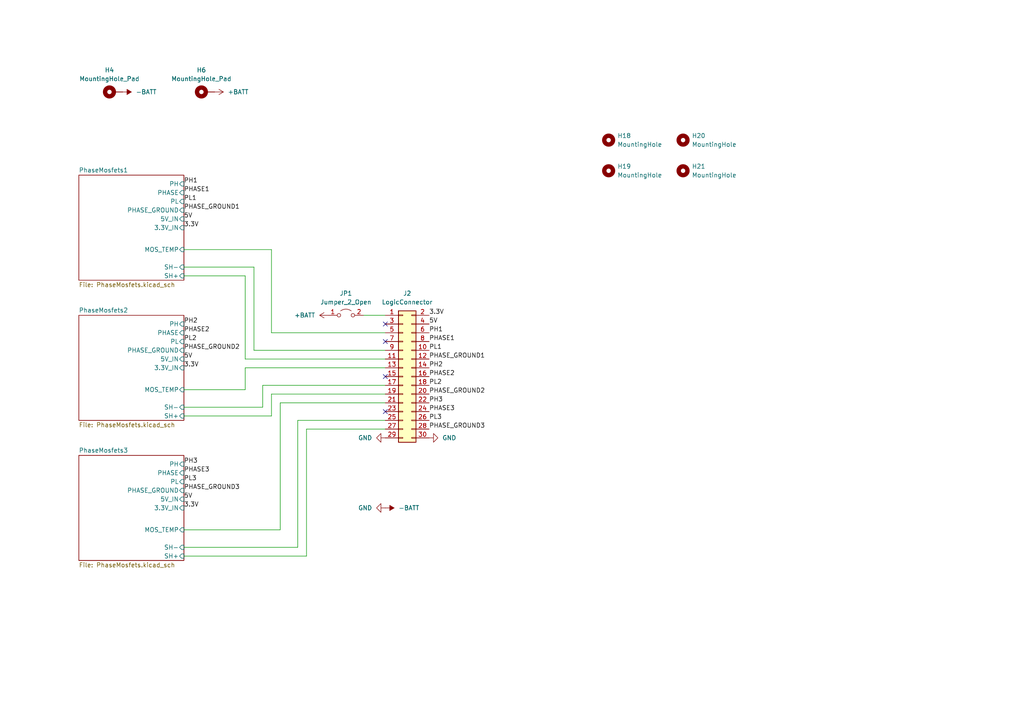
<source format=kicad_sch>
(kicad_sch (version 20230121) (generator eeschema)
  (paper "A4")
  (lib_symbols
    (symbol "Connector_Generic:Conn_02x15_Odd_Even" (pin_names (offset 1.016) hide)
      (property "Reference" "J" (at 1.27 20.32 0))
      (property "Value" "Conn_02x15_Odd_Even" (at 1.27 -20.32 0))
      (symbol "Conn_02x15_Odd_Even_1_1"
        (rectangle (start -1.27 -17.653) (end 0 -17.907) (stroke (width 0.1524)))
        (rectangle (start -1.27 -15.113) (end 0 -15.367) (stroke (width 0.1524)))
        (rectangle (start -1.27 -12.573) (end 0 -12.827) (stroke (width 0.1524)))
        (rectangle (start -1.27 -10.033) (end 0 -10.287) (stroke (width 0.1524)))
        (rectangle (start -1.27 -7.493) (end 0 -7.747) (stroke (width 0.1524)))
        (rectangle (start -1.27 -4.953) (end 0 -5.207) (stroke (width 0.1524)))
        (rectangle (start -1.27 -2.413) (end 0 -2.667) (stroke (width 0.1524)))
        (rectangle (start -1.27 0.127) (end 0 -0.127) (stroke (width 0.1524)))
        (rectangle (start -1.27 2.667) (end 0 2.413) (stroke (width 0.1524)))
        (rectangle (start -1.27 5.207) (end 0 4.953) (stroke (width 0.1524)))
        (rectangle (start -1.27 7.747) (end 0 7.493) (stroke (width 0.1524)))
        (rectangle (start -1.27 10.287) (end 0 10.033) (stroke (width 0.1524)))
        (rectangle (start -1.27 12.827) (end 0 12.573) (stroke (width 0.1524)))
        (rectangle (start -1.27 15.367) (end 0 15.113) (stroke (width 0.1524)))
        (rectangle (start -1.27 17.907) (end 0 17.653) (stroke (width 0.1524)))
        (rectangle (start -1.27 19.05) (end 3.81 -19.05) (stroke (width 0.254)) (fill (type background)))
        (rectangle (start 3.81 -17.653) (end 2.54 -17.907) (stroke (width 0.1524)))
        (rectangle (start 3.81 -15.113) (end 2.54 -15.367) (stroke (width 0.1524)))
        (rectangle (start 3.81 -12.573) (end 2.54 -12.827) (stroke (width 0.1524)))
        (rectangle (start 3.81 -10.033) (end 2.54 -10.287) (stroke (width 0.1524)))
        (rectangle (start 3.81 -7.493) (end 2.54 -7.747) (stroke (width 0.1524)))
        (rectangle (start 3.81 -4.953) (end 2.54 -5.207) (stroke (width 0.1524)))
        (rectangle (start 3.81 -2.413) (end 2.54 -2.667) (stroke (width 0.1524)))
        (rectangle (start 3.81 0.127) (end 2.54 -0.127) (stroke (width 0.1524)))
        (rectangle (start 3.81 2.667) (end 2.54 2.413) (stroke (width 0.1524)))
        (rectangle (start 3.81 5.207) (end 2.54 4.953) (stroke (width 0.1524)))
        (rectangle (start 3.81 7.747) (end 2.54 7.493) (stroke (width 0.1524)))
        (rectangle (start 3.81 10.287) (end 2.54 10.033) (stroke (width 0.1524)))
        (rectangle (start 3.81 12.827) (end 2.54 12.573) (stroke (width 0.1524)))
        (rectangle (start 3.81 15.367) (end 2.54 15.113) (stroke (width 0.1524)))
        (rectangle (start 3.81 17.907) (end 2.54 17.653) (stroke (width 0.1524)))
        (pin passive line (at -5.08 17.78 0) (length 3.81) (name "Pin_1") (number "1"))
        (pin passive line (at 7.62 7.62 180) (length 3.81) (name "Pin_10") (number "10"))
        (pin passive line (at -5.08 5.08 0) (length 3.81) (name "Pin_11") (number "11"))
        (pin passive line (at 7.62 5.08 180) (length 3.81) (name "Pin_12") (number "12"))
        (pin passive line (at -5.08 2.54 0) (length 3.81) (name "Pin_13") (number "13"))
        (pin passive line (at 7.62 2.54 180) (length 3.81) (name "Pin_14") (number "14"))
        (pin passive line (at -5.08 0 0) (length 3.81) (name "Pin_15") (number "15"))
        (pin passive line (at 7.62 0 180) (length 3.81) (name "Pin_16") (number "16"))
        (pin passive line (at -5.08 -2.54 0) (length 3.81) (name "Pin_17") (number "17"))
        (pin passive line (at 7.62 -2.54 180) (length 3.81) (name "Pin_18") (number "18"))
        (pin passive line (at -5.08 -5.08 0) (length 3.81) (name "Pin_19") (number "19"))
        (pin passive line (at 7.62 17.78 180) (length 3.81) (name "Pin_2") (number "2"))
        (pin passive line (at 7.62 -5.08 180) (length 3.81) (name "Pin_20") (number "20"))
        (pin passive line (at -5.08 -7.62 0) (length 3.81) (name "Pin_21") (number "21"))
        (pin passive line (at 7.62 -7.62 180) (length 3.81) (name "Pin_22") (number "22"))
        (pin passive line (at -5.08 -10.16 0) (length 3.81) (name "Pin_23") (number "23"))
        (pin passive line (at 7.62 -10.16 180) (length 3.81) (name "Pin_24") (number "24"))
        (pin passive line (at -5.08 -12.7 0) (length 3.81) (name "Pin_25") (number "25"))
        (pin passive line (at 7.62 -12.7 180) (length 3.81) (name "Pin_26") (number "26"))
        (pin passive line (at -5.08 -15.24 0) (length 3.81) (name "Pin_27") (number "27"))
        (pin passive line (at 7.62 -15.24 180) (length 3.81) (name "Pin_28") (number "28"))
        (pin passive line (at -5.08 -17.78 0) (length 3.81) (name "Pin_29") (number "29"))
        (pin passive line (at -5.08 15.24 0) (length 3.81) (name "Pin_3") (number "3"))
        (pin passive line (at 7.62 -17.78 180) (length 3.81) (name "Pin_30") (number "30"))
        (pin passive line (at 7.62 15.24 180) (length 3.81) (name "Pin_4") (number "4"))
        (pin passive line (at -5.08 12.7 0) (length 3.81) (name "Pin_5") (number "5"))
        (pin passive line (at 7.62 12.7 180) (length 3.81) (name "Pin_6") (number "6"))
        (pin passive line (at -5.08 10.16 0) (length 3.81) (name "Pin_7") (number "7"))
        (pin passive line (at 7.62 10.16 180) (length 3.81) (name "Pin_8") (number "8"))
        (pin passive line (at -5.08 7.62 0) (length 3.81) (name "Pin_9") (number "9"))
      )
    )
    (symbol "Jumper:Jumper_2_Open" (pin_names (offset 0) hide)
      (property "Reference" "JP" (at 0 2.794 0))
      (property "Value" "Jumper_2_Open" (at 0 -2.286 0))
      (symbol "Jumper_2_Open_0_0"
        (circle (center -2.032 0) (radius 0.508))
        (circle (center 2.032 0) (radius 0.508))
      )
      (symbol "Jumper_2_Open_0_1"
        (arc (start 1.524 1.27) (mid 0 1.778) (end -1.524 1.27))
      )
      (symbol "Jumper_2_Open_1_1"
        (pin passive line (at -5.08 0 0) (length 2.54) (name "A") (number "1"))
        (pin passive line (at 5.08 0 180) (length 2.54) (name "B") (number "2"))
      )
    )
    (symbol "Mechanical:MountingHole" (pin_names (offset 1.016))
      (property "Reference" "H" (at 0 5.08 0))
      (property "Value" "MountingHole" (at 0 3.175 0))
      (symbol "MountingHole_0_1"
        (circle (center 0 0) (radius 1.27) (stroke (width 1.27)))
      )
    )
    (symbol "Mechanical:MountingHole_Pad" (pin_numbers hide) (pin_names (offset 1.016) hide)
      (property "Reference" "H" (at 0 6.35 0))
      (property "Value" "MountingHole_Pad" (at 0 4.445 0))
      (symbol "MountingHole_Pad_0_1"
        (circle (center 0 1.27) (radius 1.27) (stroke (width 1.27)))
      )
      (symbol "MountingHole_Pad_1_1"
        (pin input line (at 0 -2.54 90) (length 2.54) (name "1") (number "1"))
      )
    )
    (symbol "power:+BATT" (power) (pin_names (offset 0))
      (property "Value" "+BATT" (at 0 3.556 0))
      (symbol "+BATT_0_1"
        (polyline (pts (xy -0.762 1.27) (xy 0 2.54)))
        (polyline (pts (xy 0 0) (xy 0 2.54)))
        (polyline (pts (xy 0 2.54) (xy 0.762 1.27)))
      )
      (symbol "+BATT_1_1"
        (pin power_in line (at 0 0 90) (length 0) hide (name "+BATT") (number "1"))
      )
    )
    (symbol "power:-BATT" (power) (pin_names (offset 0))
      (property "Value" "-BATT" (at 0 3.556 0))
      (symbol "-BATT_0_1"
        (polyline (pts (xy 0 0) (xy 0 2.54)))
        (polyline (pts (xy 0.762 1.27) (xy -0.762 1.27) (xy 0 2.54) (xy 0.762 1.27)) (fill (type outline)))
      )
      (symbol "-BATT_1_1"
        (pin power_in line (at 0 0 90) (length 0) hide (name "-BATT") (number "1"))
      )
    )
    (symbol "power:GND" (power) (pin_names (offset 0))
      (property "Value" "GND" (at 0 -3.81 0))
      (symbol "GND_0_1"
        (polyline (pts (xy 0 0) (xy 0 -1.27) (xy 1.27 -1.27) (xy 0 -2.54) (xy -1.27 -1.27) (xy 0 -1.27)))
      )
      (symbol "GND_1_1"
        (pin power_in line (at 0 0 270) (length 0) hide (name "GND") (number "1"))
      )
    )
  )
  (no_connect (at 111.76 93.98))
  (no_connect (at 111.76 99.06))
  (no_connect (at 111.76 119.38))
  (no_connect (at 111.76 109.22))
  (wire (pts (xy 71.12 113.03) (xy 71.12 106.68)))
  (wire (pts (xy 81.28 116.84) (xy 111.76 116.84)))
  (wire (pts (xy 73.66 77.47) (xy 73.66 101.6)))
  (wire (pts (xy 86.36 121.92) (xy 111.76 121.92)))
  (wire (pts (xy 53.34 77.47) (xy 73.66 77.47)))
  (wire (pts (xy 53.34 118.11) (xy 76.2 118.11)))
  (wire (pts (xy 71.12 104.14) (xy 111.76 104.14)))
  (wire (pts (xy 53.34 80.01) (xy 71.12 80.01)))
  (wire (pts (xy 78.74 96.52) (xy 111.76 96.52)))
  (wire (pts (xy 71.12 80.01) (xy 71.12 104.14)))
  (wire (pts (xy 86.36 158.75) (xy 86.36 121.92)))
  (wire (pts (xy 81.28 116.84) (xy 81.28 153.67)))
  (wire (pts (xy 88.9 161.29) (xy 88.9 124.46)))
  (wire (pts (xy 105.41 91.44) (xy 111.76 91.44)))
  (wire (pts (xy 53.34 158.75) (xy 86.36 158.75)))
  (wire (pts (xy 53.34 161.29) (xy 88.9 161.29)))
  (wire (pts (xy 53.34 153.67) (xy 81.28 153.67)))
  (wire (pts (xy 78.74 120.65) (xy 78.74 114.3)))
  (wire (pts (xy 88.9 124.46) (xy 111.76 124.46)))
  (wire (pts (xy 53.34 72.39) (xy 78.74 72.39)))
  (wire (pts (xy 78.74 72.39) (xy 78.74 96.52)))
  (wire (pts (xy 71.12 106.68) (xy 111.76 106.68)))
  (wire (pts (xy 53.34 120.65) (xy 78.74 120.65)))
  (wire (pts (xy 78.74 114.3) (xy 111.76 114.3)))
  (wire (pts (xy 73.66 101.6) (xy 111.76 101.6)))
  (wire (pts (xy 76.2 118.11) (xy 76.2 111.76)))
  (wire (pts (xy 76.2 111.76) (xy 111.76 111.76)))
  (wire (pts (xy 53.34 113.03) (xy 71.12 113.03)))
  (label "PHASE_GROUND2" (at 53.34 101.6 0))
  (label "PL1" (at 53.34 58.42 0))
  (label "PHASE_GROUND1" (at 124.46 104.14 0))
  (label "PHASE3" (at 53.34 137.16 0))
  (label "PL2" (at 124.46 111.76 0))
  (label "PH1" (at 53.34 53.34 0))
  (label "PHASE1" (at 53.34 55.88 0))
  (label "3.3V" (at 53.34 147.32 0))
  (label "PHASE2" (at 53.34 96.52 0))
  (label "5V" (at 53.34 63.5 0))
  (label "PH3" (at 53.34 134.62 0))
  (label "PH2" (at 53.34 93.98 0))
  (label "PHASE1" (at 124.46 99.06 0))
  (label "PL1" (at 124.46 101.6 0))
  (label "PL2" (at 53.34 99.06 0))
  (label "PHASE3" (at 124.46 119.38 0))
  (label "5V" (at 53.34 144.78 0))
  (label "PHASE_GROUND1" (at 53.34 60.96 0))
  (label "5V" (at 53.34 104.14 0))
  (label "PHASE2" (at 124.46 109.22 0))
  (label "PHASE_GROUND2" (at 124.46 114.3 0))
  (label "3.3V" (at 53.34 106.68 0))
  (label "PH1" (at 124.46 96.52 0))
  (label "PL3" (at 53.34 139.7 0))
  (label "PL3" (at 124.46 121.92 0))
  (label "5V" (at 124.46 93.98 0))
  (label "3.3V" (at 124.46 91.44 0))
  (label "PH3" (at 124.46 116.84 0))
  (label "3.3V" (at 53.34 66.04 0))
  (label "PHASE_GROUND3" (at 53.34 142.24 0))
  (label "PHASE_GROUND3" (at 124.46 124.46 0))
  (label "PH2" (at 124.46 106.68 0))
  (symbol (lib_id "Mechanical:MountingHole") (at 176.53 40.64 0) (unit 1)
    (property "Reference" "H18" (at 179.07 39.37 0) (effects (justify left)))
    (property "Value" "MountingHole" (at 179.07 41.91 0) (effects (justify left)))
    (property "Footprint" "MountingHole:MountingHole_3.2mm_M3_ISO14580" (effects hide))
  )
  (symbol (lib_id "Connector_Generic:Conn_02x15_Odd_Even") (at 116.84 109.22 0) (unit 1)
    (property "Reference" "J2" (at 118.11 85.09 0))
    (property "Value" "LogicConnector" (at 118.11 87.63 0))
    (property "Footprint" "Connector_PinSocket_2.54mm:PinSocket_2x15_P2.54mm_Vertical" (effects hide))
    (property "JLCRotOffset" "-90" (effects hide))
    (property "MPN" "C2685203" (effects hide))
    (property "JLCPosOffset" "17.78,-1.27" (effects hide))
  )
  (symbol (lib_id "power:+BATT") (at 62.23 26.67 270) (unit 1)
    (property "Reference" "#PWR014" (effects hide))
    (property "Value" "+BATT" (at 66.04 26.67 90) (effects (justify left)))
  )
  (symbol (lib_id "power:-BATT") (at 35.56 26.67 270) (unit 1)
    (property "Reference" "#PWR02" (effects hide))
    (property "Value" "-BATT" (at 39.37 26.67 90) (effects (justify left)))
  )
  (symbol (lib_id "Jumper:Jumper_2_Open") (at 100.33 91.44 0) (unit 1)
    (property "Reference" "JP1" (at 100.33 85.09 0))
    (property "Value" "Jumper_2_Open" (at 100.33 87.63 0))
    (property "Footprint" "GigaVescLibs:SolderJumper0.5mm_Open" (effects hide))
  )
  (symbol (lib_id "Mechanical:MountingHole") (at 198.12 40.64 0) (unit 1)
    (property "Reference" "H20" (at 200.66 39.37 0) (effects (justify left)))
    (property "Value" "MountingHole" (at 200.66 41.91 0) (effects (justify left)))
    (property "Footprint" "MountingHole:MountingHole_3.2mm_M3_ISO14580" (effects hide))
  )
  (symbol (lib_id "Mechanical:MountingHole_Pad") (at 33.02 26.67 90) (unit 1)
    (property "Reference" "H4" (at 31.75 20.32 90))
    (property "Value" "MountingHole_Pad" (at 31.75 22.86 90))
    (property "Footprint" "MountingHole:MountingHole_5.3mm_M5_Pad_Via" (effects hide))
  )
  (symbol (lib_id "power:GND") (at 124.46 127 90) (unit 1)
    (property "Reference" "#PWR011" (effects hide))
    (property "Value" "GND" (at 128.27 127 90) (effects (justify right)))
  )
  (symbol (lib_id "Mechanical:MountingHole_Pad") (at 59.69 26.67 90) (unit 1)
    (property "Reference" "H6" (at 58.42 20.32 90))
    (property "Value" "MountingHole_Pad" (at 58.42 22.86 90))
    (property "Footprint" "MountingHole:MountingHole_5.3mm_M5_Pad_Via" (effects hide))
  )
  (symbol (lib_id "power:+BATT") (at 95.25 91.44 90) (unit 1)
    (property "Reference" "#PWR08" (effects hide))
    (property "Value" "+BATT" (at 91.44 91.44 90) (effects (justify left)))
  )
  (symbol (lib_id "power:-BATT") (at 111.76 147.32 270) (unit 1)
    (property "Reference" "#PWR023" (effects hide))
    (property "Value" "-BATT" (at 115.57 147.32 90) (effects (justify left)))
  )
  (symbol (lib_id "power:GND") (at 111.76 147.32 270) (unit 1)
    (property "Reference" "#PWR024" (effects hide))
    (property "Value" "GND" (at 107.95 147.32 90) (effects (justify right)))
  )
  (symbol (lib_id "power:GND") (at 111.76 127 270) (unit 1)
    (property "Reference" "#PWR09" (effects hide))
    (property "Value" "GND" (at 107.95 127 90) (effects (justify right)))
  )
  (symbol (lib_id "Mechanical:MountingHole") (at 198.12 49.53 0) (unit 1)
    (property "Reference" "H21" (at 200.66 48.26 0) (effects (justify left)))
    (property "Value" "MountingHole" (at 200.66 50.8 0) (effects (justify left)))
    (property "Footprint" "MountingHole:MountingHole_3.2mm_M3_ISO14580" (effects hide))
  )
  (symbol (lib_id "Mechanical:MountingHole") (at 176.53 49.53 0) (unit 1)
    (property "Reference" "H19" (at 179.07 48.26 0) (effects (justify left)))
    (property "Value" "MountingHole" (at 179.07 50.8 0) (effects (justify left)))
    (property "Footprint" "MountingHole:MountingHole_3.2mm_M3_ISO14580" (effects hide))
  )
  (sheet (at 22.86 50.8) (size 30.48 30.48) (stroke (width 0.1524))
    (property "Sheetname" "PhaseMosfets1" (at 22.86 50.0884 0) (effects (justify left bottom)))
    (property "Sheetfile" "PhaseMosfets.kicad_sch" (at 22.86 81.8646 0) (effects (justify left top)))
    (pin "PL" input (at 53.34 58.42 0))
    (pin "PH" input (at 53.34 53.34 0))
    (pin "PHASE_GROUND" input (at 53.34 60.96 0))
    (pin "5V_IN" input (at 53.34 63.5 0))
    (pin "SH-" input (at 53.34 77.47 0))
    (pin "MOS_TEMP" input (at 53.34 72.39 0))
    (pin "3.3V_IN" input (at 53.34 66.04 0))
    (pin "SH+" input (at 53.34 80.01 0))
    (pin "PHASE" input (at 53.34 55.88 0))
  )
  (sheet (at 22.86 132.08) (size 30.48 30.48) (stroke (width 0.1524))
    (property "Sheetname" "PhaseMosfets3" (at 22.86 131.3684 0) (effects (justify left bottom)))
    (property "Sheetfile" "PhaseMosfets.kicad_sch" (at 22.86 163.1446 0) (effects (justify left top)))
    (pin "PL" input (at 53.34 139.7 0))
    (pin "PH" input (at 53.34 134.62 0))
    (pin "PHASE_GROUND" input (at 53.34 142.24 0))
    (pin "5V_IN" input (at 53.34 144.78 0))
    (pin "SH-" input (at 53.34 158.75 0))
    (pin "MOS_TEMP" input (at 53.34 153.67 0))
    (pin "3.3V_IN" input (at 53.34 147.32 0))
    (pin "SH+" input (at 53.34 161.29 0))
    (pin "PHASE" input (at 53.34 137.16 0))
  )
  (sheet (at 22.86 91.44) (size 30.48 30.48) (stroke (width 0.1524))
    (property "Sheetname" "PhaseMosfets2" (at 22.86 90.7284 0) (effects (justify left bottom)))
    (property "Sheetfile" "PhaseMosfets.kicad_sch" (at 22.86 122.5046 0) (effects (justify left top)))
    (pin "PL" input (at 53.34 99.06 0))
    (pin "PH" input (at 53.34 93.98 0))
    (pin "PHASE_GROUND" input (at 53.34 101.6 0))
    (pin "5V_IN" input (at 53.34 104.14 0))
    (pin "SH-" input (at 53.34 118.11 0))
    (pin "MOS_TEMP" input (at 53.34 113.03 0))
    (pin "3.3V_IN" input (at 53.34 106.68 0))
    (pin "SH+" input (at 53.34 120.65 0))
    (pin "PHASE" input (at 53.34 96.52 0))
  )
)
</source>
